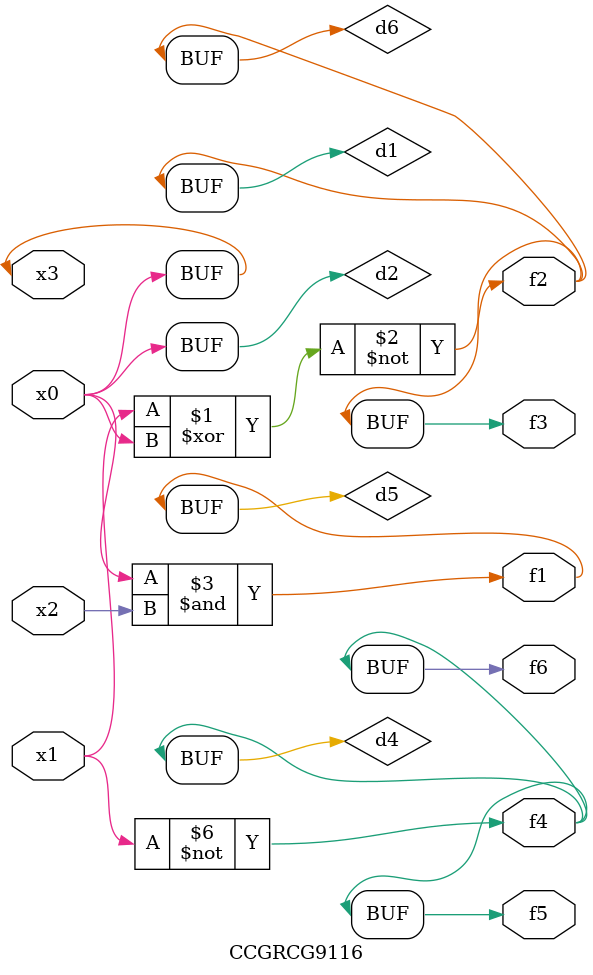
<source format=v>
module CCGRCG9116(
	input x0, x1, x2, x3,
	output f1, f2, f3, f4, f5, f6
);

	wire d1, d2, d3, d4, d5, d6;

	xnor (d1, x1, x3);
	buf (d2, x0, x3);
	nand (d3, x0, x2);
	not (d4, x1);
	nand (d5, d3);
	or (d6, d1);
	assign f1 = d5;
	assign f2 = d6;
	assign f3 = d6;
	assign f4 = d4;
	assign f5 = d4;
	assign f6 = d4;
endmodule

</source>
